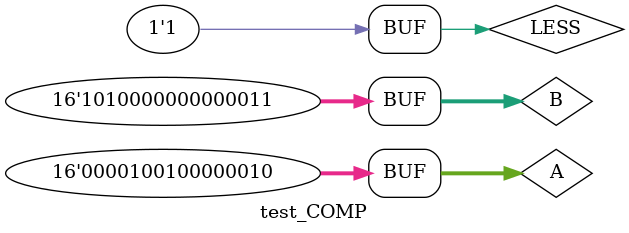
<source format=v>
module test_COMP;
reg [15:0] A,B;
reg LESS;
wire [15:0] OUT;


initial
begin
    A = 16'b1000000000000010;
    B = 16'b1000000000000011;
    LESS = 1;
    #100 LESS=0;
    #100 A = 16'b0000100100000010;
         B = 16'b1010000000000011;
    #100 LESS=1;
end
COMP comp0(OUT,A,B,LESS);

endmodule
</source>
